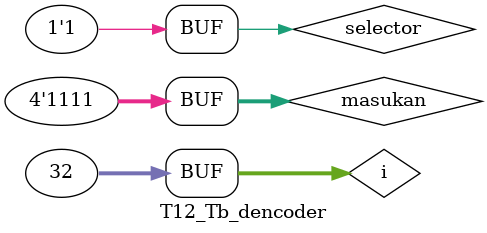
<source format=v>

module T12_decoder_with_always (
    input [3:0] masukan, 
    input selector,
    output reg [15:0] keluaran);

    always @(masukan or selector) begin
        keluaran = masukan ? 1 << selector : 0;
    end    
endmodule

module T12_Tb_dencoder;

    reg [3:0] masukan;
    reg selector;
    wire keluaran;

    integer i;

    T12_decoder_with_always dencoder(.masukan(masukan), .selector(selector), .keluaran(keluaran));

    initial begin

        {masukan, selector} <= 0;

        $monitor("masukan :%0b selector :0x%0h keluaran :0x%0h",
        masukan, selector, keluaran);

        for (i = 0; i < 32 ; i = i +1) begin
            {masukan, selector} = i;
            #10;            
        end
    end    
endmodule
</source>
